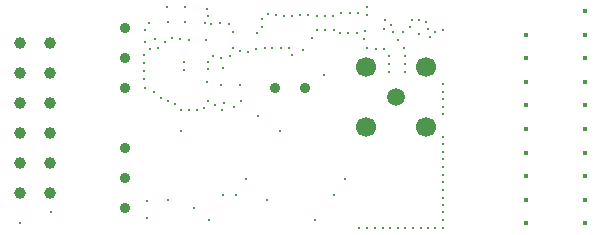
<source format=gbr>
%TF.GenerationSoftware,KiCad,Pcbnew,9.0.7*%
%TF.CreationDate,2026-01-30T12:17:08+01:00*%
%TF.ProjectId,rfiq-1,72666971-2d31-42e6-9b69-6361645f7063,1a*%
%TF.SameCoordinates,Original*%
%TF.FileFunction,Plated,1,4,PTH,Drill*%
%TF.FilePolarity,Positive*%
%FSLAX46Y46*%
G04 Gerber Fmt 4.6, Leading zero omitted, Abs format (unit mm)*
G04 Created by KiCad (PCBNEW 9.0.7) date 2026-01-30 12:17:08*
%MOMM*%
%LPD*%
G01*
G04 APERTURE LIST*
%TA.AperFunction,ViaDrill*%
%ADD10C,0.300000*%
%TD*%
%TA.AperFunction,ComponentDrill*%
%ADD11C,0.400000*%
%TD*%
%TA.AperFunction,ComponentDrill*%
%ADD12C,0.900000*%
%TD*%
%TA.AperFunction,ComponentDrill*%
%ADD13C,1.000000*%
%TD*%
%TA.AperFunction,ComponentDrill*%
%ADD14C,1.500000*%
%TD*%
%TA.AperFunction,ComponentDrill*%
%ADD15C,1.700000*%
%TD*%
G04 APERTURE END LIST*
D10*
X161400000Y-101800000D03*
X163975000Y-100800000D03*
X171900000Y-87500000D03*
X171900000Y-88200000D03*
X171900000Y-88900000D03*
X171900000Y-89600000D03*
X172000000Y-85400000D03*
X172000000Y-86400000D03*
X172000000Y-90300000D03*
X172100000Y-99900000D03*
X172100000Y-101300000D03*
X172350000Y-84800000D03*
X172400000Y-87000000D03*
X172700000Y-90700000D03*
X172800000Y-86200000D03*
X173100000Y-86900000D03*
X173300000Y-91200000D03*
X173700000Y-86400000D03*
X173800000Y-83500000D03*
X173900000Y-84700000D03*
X173900000Y-91400000D03*
X173900000Y-99800000D03*
X174300000Y-86100000D03*
X174500000Y-91700000D03*
X174950000Y-86200000D03*
X175000000Y-92200000D03*
X175000000Y-94000000D03*
X175300000Y-88100000D03*
X175300000Y-88800000D03*
X175400000Y-83500000D03*
X175400000Y-84750000D03*
X175700000Y-86300000D03*
X175700000Y-92200000D03*
X176100000Y-100500000D03*
X176400000Y-92200000D03*
X177000000Y-92000000D03*
X177050000Y-84800000D03*
X177100000Y-86300000D03*
X177200000Y-89800000D03*
X177250000Y-83600000D03*
X177300000Y-84200000D03*
X177300000Y-88100000D03*
X177300000Y-88700000D03*
X177300000Y-91400000D03*
X177400000Y-101500000D03*
X177600000Y-84900000D03*
X177750000Y-87650000D03*
X177900000Y-91800000D03*
X178350000Y-84850000D03*
X178400000Y-87750000D03*
X178400000Y-90100000D03*
X178500000Y-92200000D03*
X178600000Y-88600000D03*
X178600000Y-99400000D03*
X178700000Y-91600000D03*
X179100000Y-84950000D03*
X179200000Y-87600000D03*
X179400000Y-85600000D03*
X179400000Y-86910000D03*
X179500000Y-91900000D03*
X179675000Y-99400000D03*
X180000000Y-87200000D03*
X180000000Y-90100000D03*
X180100000Y-91400000D03*
X180500000Y-98000000D03*
X180700000Y-87300000D03*
X181400000Y-87000000D03*
X181450000Y-85650000D03*
X181500000Y-92700000D03*
X181900000Y-84500000D03*
X181900000Y-85150000D03*
X182100000Y-86950000D03*
X182300000Y-99800000D03*
X182400000Y-84100000D03*
X182750000Y-86950000D03*
X183100000Y-84150000D03*
X183400000Y-94000000D03*
X183450000Y-86900000D03*
X183750000Y-84200000D03*
X184150000Y-86900000D03*
X184400000Y-84200000D03*
X184450000Y-87500000D03*
X185100000Y-84150000D03*
X185350000Y-87100000D03*
X185750000Y-84150000D03*
X186100000Y-86100000D03*
X186400000Y-101500000D03*
X186500000Y-84200000D03*
X186500000Y-85425000D03*
X187150000Y-89200000D03*
X187200000Y-84200000D03*
X187200000Y-85425000D03*
X187900000Y-84200000D03*
X187975000Y-99400000D03*
X188000000Y-85425000D03*
X188500000Y-85700000D03*
X188600000Y-84000000D03*
X188900000Y-98000000D03*
X189200000Y-85700000D03*
X189300000Y-84000000D03*
X189900000Y-85700000D03*
X190000000Y-84000000D03*
X190100000Y-102150000D03*
X190500000Y-86200000D03*
X190600000Y-85500000D03*
X190800000Y-83500000D03*
X190800000Y-84190000D03*
X190800000Y-86900000D03*
X190800000Y-102150000D03*
X191450000Y-102150000D03*
X191500000Y-87000000D03*
X192100000Y-102150000D03*
X192200000Y-87000000D03*
X192250000Y-85350000D03*
X192300000Y-84600000D03*
X192600000Y-87600000D03*
X192600000Y-88300000D03*
X192600000Y-89000000D03*
X192725000Y-102150000D03*
X192800000Y-85000000D03*
X193000000Y-85600000D03*
X193375000Y-102150000D03*
X193400000Y-86300000D03*
X193850000Y-85550000D03*
X193900000Y-86900000D03*
X194000000Y-87600000D03*
X194000000Y-88300000D03*
X194000000Y-89000000D03*
X194025000Y-102150000D03*
X194400000Y-85200000D03*
X194550000Y-84600000D03*
X194675000Y-102150000D03*
X195150000Y-85750000D03*
X195200000Y-84550000D03*
X195300000Y-102150000D03*
X195800000Y-84750000D03*
X195925000Y-102150000D03*
X195950000Y-85350000D03*
X196100000Y-86050000D03*
X196550000Y-85550000D03*
X196550000Y-102150000D03*
X197200000Y-85450000D03*
X197200000Y-90025000D03*
X197200000Y-90650000D03*
X197200000Y-91275000D03*
X197200000Y-91900000D03*
X197200000Y-92550000D03*
X197200000Y-94475000D03*
X197200000Y-95100000D03*
X197200000Y-95725000D03*
X197200000Y-96375000D03*
X197200000Y-97025000D03*
X197200000Y-97675000D03*
X197200000Y-98325000D03*
X197200000Y-98975000D03*
X197200000Y-99600000D03*
X197200000Y-100225000D03*
X197200000Y-100850000D03*
X197200000Y-101500000D03*
X197200000Y-102150000D03*
D11*
%TO.C,AE1*%
X204250000Y-85800000D03*
X204250000Y-87800000D03*
X204250000Y-89800000D03*
X204250000Y-91800000D03*
X204250000Y-93800000D03*
X204250000Y-95800000D03*
X204250000Y-97800000D03*
X204250000Y-99800000D03*
X204250000Y-101800000D03*
X209250000Y-83800000D03*
X209250000Y-85800000D03*
X209250000Y-87800000D03*
X209250000Y-89800000D03*
X209250000Y-91800000D03*
X209250000Y-93800000D03*
X209250000Y-95800000D03*
X209250000Y-97800000D03*
X209250000Y-99800000D03*
X209250000Y-101800000D03*
D12*
%TO.C,TP7*%
X170300000Y-85220000D03*
%TO.C,TP5*%
X170300000Y-87760000D03*
%TO.C,TP6*%
X170300000Y-90300000D03*
%TO.C,TP1*%
X170300000Y-95380000D03*
%TO.C,TP10*%
X170300000Y-97920000D03*
%TO.C,TP2*%
X170300000Y-100460000D03*
%TO.C,TP13*%
X183000000Y-90300000D03*
%TO.C,TP4*%
X185540000Y-90300000D03*
D13*
%TO.C,J4*%
X161410000Y-86490000D03*
X161410000Y-89030000D03*
X161410000Y-91570000D03*
X161410000Y-94110000D03*
X161410000Y-96650000D03*
X161410000Y-99190000D03*
X163950000Y-86490000D03*
X163950000Y-89030000D03*
X163950000Y-91570000D03*
X163950000Y-94110000D03*
X163950000Y-96650000D03*
X163950000Y-99190000D03*
D14*
%TO.C,J1*%
X193260000Y-91060000D03*
D15*
X190720000Y-88520000D03*
X190720000Y-93600000D03*
X195800000Y-88520000D03*
X195800000Y-93600000D03*
M02*

</source>
